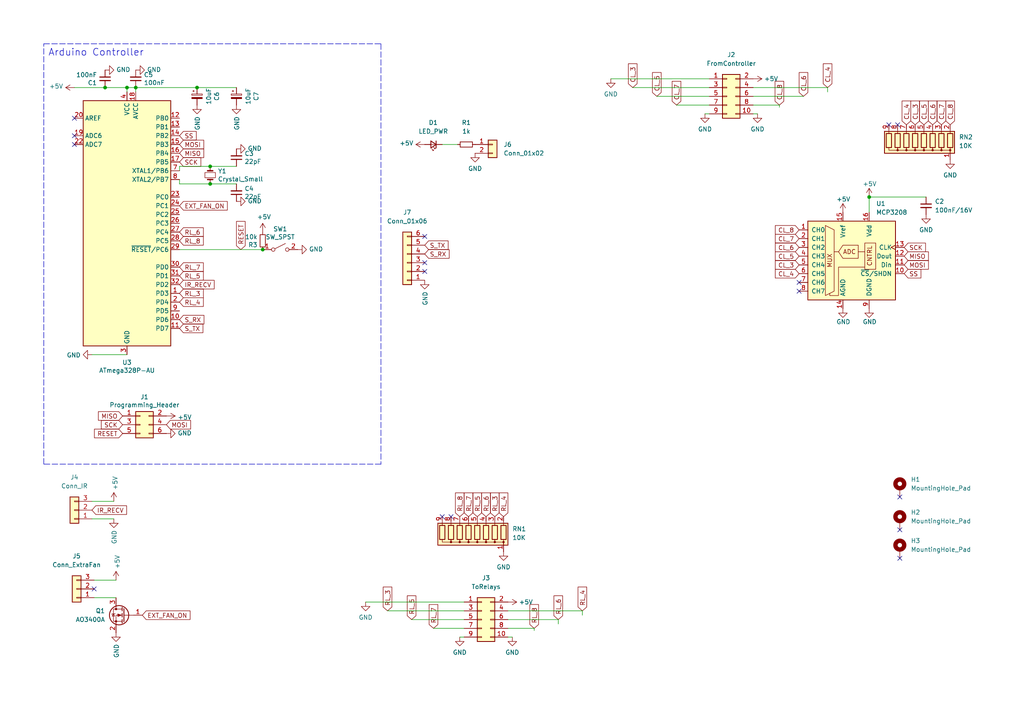
<source format=kicad_sch>
(kicad_sch (version 20211123) (generator eeschema)
  (paper "A4")
  (lib_symbols
    (symbol "+5V_1" (power) (pin_names (offset 0))
      (property "Value" "+5V_1" (at 0 3.556 0))
      (symbol "+5V_1_0_1"
        (polyline (pts (xy -0.762 1.27) (xy 0 2.54)))
        (polyline (pts (xy 0 0) (xy 0 2.54)))
        (polyline (pts (xy 0 2.54) (xy 0.762 1.27)))
      )
      (symbol "+5V_1_1_1"
        (pin power_in line (at 0 0 90) (length 0) hide (name "+5V") (number "1"))
      )
    )
    (symbol "Analog_ADC:MCP3208" (pin_names (offset 1.016))
      (property "Reference" "U" (at -5.08 13.335 0))
      (property "Value" "MCP3208" (at -5.08 11.43 0))
      (symbol "MCP3208_0_0"
        (text "ADC" (at -0.635 1.27 0) (effects (font (size 1.27 1.27))))
        (text "CNTRL" (at 5.969 -2.921 900) (effects (font (size 1.27 1.27)) (justify left bottom)))
        (text "MUX" (at -6.35 -1.27 900) (effects (font (size 1.27 1.27))))
      )
      (symbol "MCP3208_0_1"
        (polyline (pts (xy -3.81 1.27) (xy -5.08 1.27)))
        (polyline (pts (xy 1.905 1.27) (xy 3.81 1.27)))
        (polyline (pts (xy -7.62 8.89) (xy -7.62 -11.43) (xy -5.08 -10.16) (xy -5.08 7.62) (xy -7.62 8.89)))
        (polyline (pts (xy 3.81 -3.175) (xy -3.81 -3.175) (xy -3.81 -11.43) (xy -6.35 -11.43) (xy -6.35 -10.795)))
        (polyline (pts (xy 1.905 3.175) (xy 1.905 -0.635) (xy -2.54 -0.635) (xy -3.81 1.27) (xy -2.54 3.175) (xy 1.905 3.175)))
        (rectangle (start 3.81 -3.81) (end 6.985 3.81))
        (rectangle (start 12.7 -12.7) (end -12.7 10.16) (stroke (width 0.254)) (fill (type background)))
      )
      (symbol "MCP3208_1_1"
        (pin input line (at -15.24 7.62 0) (length 2.54) (name "CH0") (number "1"))
        (pin input line (at 15.24 -5.08 180) (length 2.54) (name "~{CS}/SHDN") (number "10"))
        (pin input line (at 15.24 -2.54 180) (length 2.54) (name "Din") (number "11"))
        (pin output line (at 15.24 0 180) (length 2.54) (name "Dout") (number "12"))
        (pin input clock (at 15.24 2.54 180) (length 2.54) (name "CLK") (number "13"))
        (pin power_in line (at -2.54 -15.24 90) (length 2.54) (name "AGND") (number "14"))
        (pin power_in line (at -2.54 12.7 270) (length 2.54) (name "Vref") (number "15"))
        (pin power_in line (at 5.08 12.7 270) (length 2.54) (name "Vdd") (number "16"))
        (pin input line (at -15.24 5.08 0) (length 2.54) (name "CH1") (number "2"))
        (pin input line (at -15.24 2.54 0) (length 2.54) (name "CH2") (number "3"))
        (pin input line (at -15.24 0 0) (length 2.54) (name "CH3") (number "4"))
        (pin input line (at -15.24 -2.54 0) (length 2.54) (name "CH4") (number "5"))
        (pin input line (at -15.24 -5.08 0) (length 2.54) (name "CH5") (number "6"))
        (pin input line (at -15.24 -7.62 0) (length 2.54) (name "CH6") (number "7"))
        (pin input line (at -15.24 -10.16 0) (length 2.54) (name "CH7") (number "8"))
        (pin power_in line (at 5.08 -15.24 90) (length 2.54) (name "DGND") (number "9"))
      )
    )
    (symbol "Connector_Generic:Conn_01x02" (pin_names (offset 1.016) hide)
      (property "Reference" "J" (at 0 2.54 0))
      (property "Value" "Conn_01x02" (at 0 -5.08 0))
      (symbol "Conn_01x02_1_1"
        (rectangle (start -1.27 -2.413) (end 0 -2.667) (stroke (width 0.1524)))
        (rectangle (start -1.27 0.127) (end 0 -0.127) (stroke (width 0.1524)))
        (rectangle (start -1.27 1.27) (end 1.27 -3.81) (stroke (width 0.254)) (fill (type background)))
        (pin passive line (at -5.08 0 0) (length 3.81) (name "Pin_1") (number "1"))
        (pin passive line (at -5.08 -2.54 0) (length 3.81) (name "Pin_2") (number "2"))
      )
    )
    (symbol "Connector_Generic:Conn_01x03" (pin_names (offset 1.016) hide)
      (property "Reference" "J" (at 0 5.08 0))
      (property "Value" "Conn_01x03" (at 0 -5.08 0))
      (symbol "Conn_01x03_1_1"
        (rectangle (start -1.27 -2.413) (end 0 -2.667) (stroke (width 0.1524)))
        (rectangle (start -1.27 0.127) (end 0 -0.127) (stroke (width 0.1524)))
        (rectangle (start -1.27 2.667) (end 0 2.413) (stroke (width 0.1524)))
        (rectangle (start -1.27 3.81) (end 1.27 -3.81) (stroke (width 0.254)) (fill (type background)))
        (pin passive line (at -5.08 2.54 0) (length 3.81) (name "Pin_1") (number "1"))
        (pin passive line (at -5.08 0 0) (length 3.81) (name "Pin_2") (number "2"))
        (pin passive line (at -5.08 -2.54 0) (length 3.81) (name "Pin_3") (number "3"))
      )
    )
    (symbol "Connector_Generic:Conn_01x06" (pin_names (offset 1.016) hide)
      (property "Reference" "J" (at 0 7.62 0))
      (property "Value" "Conn_01x06" (at 0 -10.16 0))
      (symbol "Conn_01x06_1_1"
        (rectangle (start -1.27 -7.493) (end 0 -7.747) (stroke (width 0.1524)))
        (rectangle (start -1.27 -4.953) (end 0 -5.207) (stroke (width 0.1524)))
        (rectangle (start -1.27 -2.413) (end 0 -2.667) (stroke (width 0.1524)))
        (rectangle (start -1.27 0.127) (end 0 -0.127) (stroke (width 0.1524)))
        (rectangle (start -1.27 2.667) (end 0 2.413) (stroke (width 0.1524)))
        (rectangle (start -1.27 5.207) (end 0 4.953) (stroke (width 0.1524)))
        (rectangle (start -1.27 6.35) (end 1.27 -8.89) (stroke (width 0.254)) (fill (type background)))
        (pin passive line (at -5.08 5.08 0) (length 3.81) (name "Pin_1") (number "1"))
        (pin passive line (at -5.08 2.54 0) (length 3.81) (name "Pin_2") (number "2"))
        (pin passive line (at -5.08 0 0) (length 3.81) (name "Pin_3") (number "3"))
        (pin passive line (at -5.08 -2.54 0) (length 3.81) (name "Pin_4") (number "4"))
        (pin passive line (at -5.08 -5.08 0) (length 3.81) (name "Pin_5") (number "5"))
        (pin passive line (at -5.08 -7.62 0) (length 3.81) (name "Pin_6") (number "6"))
      )
    )
    (symbol "Connector_Generic:Conn_02x03_Odd_Even" (pin_names (offset 1.016) hide)
      (property "Reference" "J" (at 1.27 5.08 0))
      (property "Value" "Conn_02x03_Odd_Even" (at 1.27 -5.08 0))
      (symbol "Conn_02x03_Odd_Even_1_1"
        (rectangle (start -1.27 -2.413) (end 0 -2.667) (stroke (width 0.1524)))
        (rectangle (start -1.27 0.127) (end 0 -0.127) (stroke (width 0.1524)))
        (rectangle (start -1.27 2.667) (end 0 2.413) (stroke (width 0.1524)))
        (rectangle (start -1.27 3.81) (end 3.81 -3.81) (stroke (width 0.254)) (fill (type background)))
        (rectangle (start 3.81 -2.413) (end 2.54 -2.667) (stroke (width 0.1524)))
        (rectangle (start 3.81 0.127) (end 2.54 -0.127) (stroke (width 0.1524)))
        (rectangle (start 3.81 2.667) (end 2.54 2.413) (stroke (width 0.1524)))
        (pin passive line (at -5.08 2.54 0) (length 3.81) (name "Pin_1") (number "1"))
        (pin passive line (at 7.62 2.54 180) (length 3.81) (name "Pin_2") (number "2"))
        (pin passive line (at -5.08 0 0) (length 3.81) (name "Pin_3") (number "3"))
        (pin passive line (at 7.62 0 180) (length 3.81) (name "Pin_4") (number "4"))
        (pin passive line (at -5.08 -2.54 0) (length 3.81) (name "Pin_5") (number "5"))
        (pin passive line (at 7.62 -2.54 180) (length 3.81) (name "Pin_6") (number "6"))
      )
    )
    (symbol "Connector_Generic:Conn_02x05_Odd_Even" (pin_names (offset 1.016) hide)
      (property "Reference" "J" (at 1.27 7.62 0))
      (property "Value" "Conn_02x05_Odd_Even" (at 1.27 -7.62 0))
      (symbol "Conn_02x05_Odd_Even_1_1"
        (rectangle (start -1.27 -4.953) (end 0 -5.207) (stroke (width 0.1524)))
        (rectangle (start -1.27 -2.413) (end 0 -2.667) (stroke (width 0.1524)))
        (rectangle (start -1.27 0.127) (end 0 -0.127) (stroke (width 0.1524)))
        (rectangle (start -1.27 2.667) (end 0 2.413) (stroke (width 0.1524)))
        (rectangle (start -1.27 5.207) (end 0 4.953) (stroke (width 0.1524)))
        (rectangle (start -1.27 6.35) (end 3.81 -6.35) (stroke (width 0.254)) (fill (type background)))
        (rectangle (start 3.81 -4.953) (end 2.54 -5.207) (stroke (width 0.1524)))
        (rectangle (start 3.81 -2.413) (end 2.54 -2.667) (stroke (width 0.1524)))
        (rectangle (start 3.81 0.127) (end 2.54 -0.127) (stroke (width 0.1524)))
        (rectangle (start 3.81 2.667) (end 2.54 2.413) (stroke (width 0.1524)))
        (rectangle (start 3.81 5.207) (end 2.54 4.953) (stroke (width 0.1524)))
        (pin passive line (at -5.08 5.08 0) (length 3.81) (name "Pin_1") (number "1"))
        (pin passive line (at 7.62 -5.08 180) (length 3.81) (name "Pin_10") (number "10"))
        (pin passive line (at 7.62 5.08 180) (length 3.81) (name "Pin_2") (number "2"))
        (pin passive line (at -5.08 2.54 0) (length 3.81) (name "Pin_3") (number "3"))
        (pin passive line (at 7.62 2.54 180) (length 3.81) (name "Pin_4") (number "4"))
        (pin passive line (at -5.08 0 0) (length 3.81) (name "Pin_5") (number "5"))
        (pin passive line (at 7.62 0 180) (length 3.81) (name "Pin_6") (number "6"))
        (pin passive line (at -5.08 -2.54 0) (length 3.81) (name "Pin_7") (number "7"))
        (pin passive line (at 7.62 -2.54 180) (length 3.81) (name "Pin_8") (number "8"))
        (pin passive line (at -5.08 -5.08 0) (length 3.81) (name "Pin_9") (number "9"))
      )
    )
    (symbol "Device:CP_Small" (pin_numbers hide) (pin_names (offset 0.254) hide)
      (property "Reference" "C" (at 0.254 1.778 0))
      (property "Value" "Device_CP_Small" (at 0.254 -2.032 0))
      (symbol "CP_Small_0_1"
        (rectangle (start -1.524 -0.3048) (end 1.524 -0.6858) (fill (type outline)))
        (rectangle (start -1.524 0.6858) (end 1.524 0.3048))
        (polyline (pts (xy -1.27 1.524) (xy -0.762 1.524)))
        (polyline (pts (xy -1.016 1.27) (xy -1.016 1.778)))
      )
      (symbol "CP_Small_1_1"
        (pin passive line (at 0 2.54 270) (length 1.8542) (name "~") (number "1"))
        (pin passive line (at 0 -2.54 90) (length 1.8542) (name "~") (number "2"))
      )
    )
    (symbol "Device:C_Small" (pin_numbers hide) (pin_names (offset 0.254) hide)
      (property "Reference" "C" (at 0.254 1.778 0))
      (property "Value" "C_Small" (at 0.254 -2.032 0))
      (symbol "C_Small_0_1"
        (polyline (pts (xy -1.524 -0.508) (xy 1.524 -0.508)) (stroke (width 0.3302)))
        (polyline (pts (xy -1.524 0.508) (xy 1.524 0.508)) (stroke (width 0.3048)))
      )
      (symbol "C_Small_1_1"
        (pin passive line (at 0 2.54 270) (length 2.032) (name "~") (number "1"))
        (pin passive line (at 0 -2.54 90) (length 2.032) (name "~") (number "2"))
      )
    )
    (symbol "Device:Crystal_Small" (pin_numbers hide) (pin_names (offset 1.016) hide)
      (property "Reference" "Y" (at 0 2.54 0))
      (property "Value" "Crystal_Small" (at 0 -2.54 0))
      (symbol "Crystal_Small_0_1"
        (rectangle (start -0.762 -1.524) (end 0.762 1.524))
        (polyline (pts (xy -1.27 -0.762) (xy -1.27 0.762)) (stroke (width 0.381)))
        (polyline (pts (xy 1.27 -0.762) (xy 1.27 0.762)) (stroke (width 0.381)))
      )
      (symbol "Crystal_Small_1_1"
        (pin passive line (at -2.54 0 0) (length 1.27) (name "1") (number "1"))
        (pin passive line (at 2.54 0 180) (length 1.27) (name "2") (number "2"))
      )
    )
    (symbol "Device:LED_Small" (pin_numbers hide) (pin_names (offset 0.254) hide)
      (property "Reference" "D" (at -1.27 3.175 0))
      (property "Value" "LED_Small" (at -4.445 -2.54 0))
      (symbol "LED_Small_0_1"
        (polyline (pts (xy -0.762 -1.016) (xy -0.762 1.016)) (stroke (width 0.254)))
        (polyline (pts (xy 1.016 0) (xy -0.762 0)))
        (polyline (pts (xy 0.762 -1.016) (xy -0.762 0) (xy 0.762 1.016) (xy 0.762 -1.016)) (stroke (width 0.254)))
        (polyline (pts (xy 0 0.762) (xy -0.508 1.27) (xy -0.254 1.27) (xy -0.508 1.27) (xy -0.508 1.016)))
        (polyline (pts (xy 0.508 1.27) (xy 0 1.778) (xy 0.254 1.778) (xy 0 1.778) (xy 0 1.524)))
      )
      (symbol "LED_Small_1_1"
        (pin passive line (at -2.54 0 0) (length 1.778) (name "K") (number "1"))
        (pin passive line (at 2.54 0 180) (length 1.778) (name "A") (number "2"))
      )
    )
    (symbol "Device:R_Network08" (pin_names (offset 0) hide)
      (property "Reference" "RN" (at -12.7 0 90))
      (property "Value" "R_Network08" (at 10.16 0 90))
      (symbol "R_Network08_0_1"
        (rectangle (start -11.43 -3.175) (end 8.89 3.175) (stroke (width 0.254)) (fill (type background)))
        (rectangle (start -10.922 1.524) (end -9.398 -2.54) (stroke (width 0.254)))
        (circle (center -10.16 2.286) (radius 0.254) (fill (type outline)))
        (rectangle (start -8.382 1.524) (end -6.858 -2.54) (stroke (width 0.254)))
        (circle (center -7.62 2.286) (radius 0.254) (fill (type outline)))
        (rectangle (start -5.842 1.524) (end -4.318 -2.54) (stroke (width 0.254)))
        (circle (center -5.08 2.286) (radius 0.254) (fill (type outline)))
        (rectangle (start -3.302 1.524) (end -1.778 -2.54) (stroke (width 0.254)))
        (circle (center -2.54 2.286) (radius 0.254) (fill (type outline)))
        (rectangle (start -0.762 1.524) (end 0.762 -2.54) (stroke (width 0.254)))
        (polyline (pts (xy -10.16 -2.54) (xy -10.16 -3.81)))
        (polyline (pts (xy -7.62 -2.54) (xy -7.62 -3.81)))
        (polyline (pts (xy -5.08 -2.54) (xy -5.08 -3.81)))
        (polyline (pts (xy -2.54 -2.54) (xy -2.54 -3.81)))
        (polyline (pts (xy 0 -2.54) (xy 0 -3.81)))
        (polyline (pts (xy 2.54 -2.54) (xy 2.54 -3.81)))
        (polyline (pts (xy 5.08 -2.54) (xy 5.08 -3.81)))
        (polyline (pts (xy 7.62 -2.54) (xy 7.62 -3.81)))
        (polyline (pts (xy -10.16 1.524) (xy -10.16 2.286) (xy -7.62 2.286) (xy -7.62 1.524)))
        (polyline (pts (xy -7.62 1.524) (xy -7.62 2.286) (xy -5.08 2.286) (xy -5.08 1.524)))
        (polyline (pts (xy -5.08 1.524) (xy -5.08 2.286) (xy -2.54 2.286) (xy -2.54 1.524)))
        (polyline (pts (xy -2.54 1.524) (xy -2.54 2.286) (xy 0 2.286) (xy 0 1.524)))
        (polyline (pts (xy 0 1.524) (xy 0 2.286) (xy 2.54 2.286) (xy 2.54 1.524)))
        (polyline (pts (xy 2.54 1.524) (xy 2.54 2.286) (xy 5.08 2.286) (xy 5.08 1.524)))
        (polyline (pts (xy 5.08 1.524) (xy 5.08 2.286) (xy 7.62 2.286) (xy 7.62 1.524)))
        (circle (center 0 2.286) (radius 0.254) (fill (type outline)))
        (rectangle (start 1.778 1.524) (end 3.302 -2.54) (stroke (width 0.254)))
        (circle (center 2.54 2.286) (radius 0.254) (fill (type outline)))
        (rectangle (start 4.318 1.524) (end 5.842 -2.54) (stroke (width 0.254)))
        (circle (center 5.08 2.286) (radius 0.254) (fill (type outline)))
        (rectangle (start 6.858 1.524) (end 8.382 -2.54) (stroke (width 0.254)))
      )
      (symbol "R_Network08_1_1"
        (pin passive line (at -10.16 5.08 270) (length 2.54) (name "common") (number "1"))
        (pin passive line (at -10.16 -5.08 90) (length 1.27) (name "R1") (number "2"))
        (pin passive line (at -7.62 -5.08 90) (length 1.27) (name "R2") (number "3"))
        (pin passive line (at -5.08 -5.08 90) (length 1.27) (name "R3") (number "4"))
        (pin passive line (at -2.54 -5.08 90) (length 1.27) (name "R4") (number "5"))
        (pin passive line (at 0 -5.08 90) (length 1.27) (name "R5") (number "6"))
        (pin passive line (at 2.54 -5.08 90) (length 1.27) (name "R6") (number "7"))
        (pin passive line (at 5.08 -5.08 90) (length 1.27) (name "R7") (number "8"))
        (pin passive line (at 7.62 -5.08 90) (length 1.27) (name "R8") (number "9"))
      )
    )
    (symbol "Device:R_Small" (pin_numbers hide) (pin_names (offset 0.254) hide)
      (property "Reference" "R" (at 0.762 0.508 0))
      (property "Value" "R_Small" (at 0.762 -1.016 0))
      (symbol "R_Small_0_1"
        (rectangle (start -0.762 1.778) (end 0.762 -1.778) (stroke (width 0.2032)))
      )
      (symbol "R_Small_1_1"
        (pin passive line (at 0 2.54 270) (length 0.762) (name "~") (number "1"))
        (pin passive line (at 0 -2.54 90) (length 0.762) (name "~") (number "2"))
      )
    )
    (symbol "GND_1" (power) (pin_names (offset 0))
      (property "Value" "GND_1" (at 0 -3.81 0))
      (symbol "GND_1_0_1"
        (polyline (pts (xy 0 0) (xy 0 -1.27) (xy 1.27 -1.27) (xy 0 -2.54) (xy -1.27 -1.27) (xy 0 -1.27)))
      )
      (symbol "GND_1_1_1"
        (pin power_in line (at 0 0 270) (length 0) hide (name "GND") (number "1"))
      )
    )
    (symbol "MCU_Microchip_ATmega:ATmega328P-AU"
      (property "Reference" "U" (at -12.7 36.83 0))
      (property "Value" "MCU_Microchip_ATmega_ATmega328P-AU" (at 2.54 -36.83 0))
      (symbol "ATmega328P-AU_0_1"
        (rectangle (start -12.7 -35.56) (end 12.7 35.56) (stroke (width 0.254)) (fill (type background)))
      )
      (symbol "ATmega328P-AU_1_1"
        (pin bidirectional line (at 15.24 -20.32 180) (length 2.54) (name "PD3") (number "1"))
        (pin bidirectional line (at 15.24 -27.94 180) (length 2.54) (name "PD6") (number "10"))
        (pin bidirectional line (at 15.24 -30.48 180) (length 2.54) (name "PD7") (number "11"))
        (pin bidirectional line (at 15.24 30.48 180) (length 2.54) (name "PB0") (number "12"))
        (pin bidirectional line (at 15.24 27.94 180) (length 2.54) (name "PB1") (number "13"))
        (pin bidirectional line (at 15.24 25.4 180) (length 2.54) (name "PB2") (number "14"))
        (pin bidirectional line (at 15.24 22.86 180) (length 2.54) (name "PB3") (number "15"))
        (pin bidirectional line (at 15.24 20.32 180) (length 2.54) (name "PB4") (number "16"))
        (pin bidirectional line (at 15.24 17.78 180) (length 2.54) (name "PB5") (number "17"))
        (pin power_in line (at 2.54 38.1 270) (length 2.54) (name "AVCC") (number "18"))
        (pin input line (at -15.24 25.4 0) (length 2.54) (name "ADC6") (number "19"))
        (pin bidirectional line (at 15.24 -22.86 180) (length 2.54) (name "PD4") (number "2"))
        (pin passive line (at -15.24 30.48 0) (length 2.54) (name "AREF") (number "20"))
        (pin passive line (at 0 -38.1 90) (length 2.54) hide (name "GND") (number "21"))
        (pin input line (at -15.24 22.86 0) (length 2.54) (name "ADC7") (number "22"))
        (pin bidirectional line (at 15.24 7.62 180) (length 2.54) (name "PC0") (number "23"))
        (pin bidirectional line (at 15.24 5.08 180) (length 2.54) (name "PC1") (number "24"))
        (pin bidirectional line (at 15.24 2.54 180) (length 2.54) (name "PC2") (number "25"))
        (pin bidirectional line (at 15.24 0 180) (length 2.54) (name "PC3") (number "26"))
        (pin bidirectional line (at 15.24 -2.54 180) (length 2.54) (name "PC4") (number "27"))
        (pin bidirectional line (at 15.24 -5.08 180) (length 2.54) (name "PC5") (number "28"))
        (pin bidirectional line (at 15.24 -7.62 180) (length 2.54) (name "~{RESET}/PC6") (number "29"))
        (pin power_in line (at 0 -38.1 90) (length 2.54) (name "GND") (number "3"))
        (pin bidirectional line (at 15.24 -12.7 180) (length 2.54) (name "PD0") (number "30"))
        (pin bidirectional line (at 15.24 -15.24 180) (length 2.54) (name "PD1") (number "31"))
        (pin bidirectional line (at 15.24 -17.78 180) (length 2.54) (name "PD2") (number "32"))
        (pin power_in line (at 0 38.1 270) (length 2.54) (name "VCC") (number "4"))
        (pin passive line (at 0 -38.1 90) (length 2.54) hide (name "GND") (number "5"))
        (pin passive line (at 0 38.1 270) (length 2.54) hide (name "VCC") (number "6"))
        (pin bidirectional line (at 15.24 15.24 180) (length 2.54) (name "XTAL1/PB6") (number "7"))
        (pin bidirectional line (at 15.24 12.7 180) (length 2.54) (name "XTAL2/PB7") (number "8"))
        (pin bidirectional line (at 15.24 -25.4 180) (length 2.54) (name "PD5") (number "9"))
      )
    )
    (symbol "Mechanical:MountingHole_Pad" (pin_numbers hide) (pin_names (offset 1.016) hide)
      (property "Reference" "H" (at 0 6.35 0))
      (property "Value" "MountingHole_Pad" (at 0 4.445 0))
      (symbol "MountingHole_Pad_0_1"
        (circle (center 0 1.27) (radius 1.27) (stroke (width 1.27)))
      )
      (symbol "MountingHole_Pad_1_1"
        (pin input line (at 0 -2.54 90) (length 2.54) (name "1") (number "1"))
      )
    )
    (symbol "Switch:SW_SPST" (pin_names (offset 0) hide)
      (property "Reference" "SW" (at 0 3.175 0))
      (property "Value" "SW_SPST" (at 0 -2.54 0))
      (symbol "SW_SPST_0_0"
        (circle (center -2.032 0) (radius 0.508))
        (polyline (pts (xy -1.524 0.254) (xy 1.524 1.778)))
        (circle (center 2.032 0) (radius 0.508))
      )
      (symbol "SW_SPST_1_1"
        (pin passive line (at -5.08 0 0) (length 2.54) (name "A") (number "1"))
        (pin passive line (at 5.08 0 180) (length 2.54) (name "B") (number "2"))
      )
    )
    (symbol "Transistor_FET:AO3400A" (pin_names hide)
      (property "Reference" "Q" (at 5.08 1.905 0))
      (property "Value" "AO3400A" (at 5.08 0 0))
      (symbol "AO3400A_0_1"
        (polyline (pts (xy 0.254 0) (xy -2.54 0)))
        (polyline (pts (xy 0.254 1.905) (xy 0.254 -1.905)) (stroke (width 0.254)))
        (polyline (pts (xy 0.762 -1.27) (xy 0.762 -2.286)) (stroke (width 0.254)))
        (polyline (pts (xy 0.762 0.508) (xy 0.762 -0.508)) (stroke (width 0.254)))
        (polyline (pts (xy 0.762 2.286) (xy 0.762 1.27)) (stroke (width 0.254)))
        (polyline (pts (xy 2.54 2.54) (xy 2.54 1.778)))
        (polyline (pts (xy 2.54 -2.54) (xy 2.54 0) (xy 0.762 0)))
        (polyline (pts (xy 0.762 -1.778) (xy 3.302 -1.778) (xy 3.302 1.778) (xy 0.762 1.778)))
        (polyline (pts (xy 1.016 0) (xy 2.032 0.381) (xy 2.032 -0.381) (xy 1.016 0)) (fill (type outline)))
        (polyline (pts (xy 2.794 0.508) (xy 2.921 0.381) (xy 3.683 0.381) (xy 3.81 0.254)))
        (polyline (pts (xy 3.302 0.381) (xy 2.921 -0.254) (xy 3.683 -0.254) (xy 3.302 0.381)))
        (circle (center 1.651 0) (radius 2.794) (stroke (width 0.254)))
        (circle (center 2.54 -1.778) (radius 0.254) (fill (type outline)))
        (circle (center 2.54 1.778) (radius 0.254) (fill (type outline)))
      )
      (symbol "AO3400A_1_1"
        (pin input line (at -5.08 0 0) (length 2.54) (name "G") (number "1"))
        (pin passive line (at 2.54 -5.08 90) (length 2.54) (name "S") (number "2"))
        (pin passive line (at 2.54 5.08 270) (length 2.54) (name "D") (number "3"))
      )
    )
    (symbol "power:+5V" (power) (pin_names (offset 0))
      (property "Value" "+5V" (at 0 3.556 0))
      (symbol "+5V_0_1"
        (polyline (pts (xy -0.762 1.27) (xy 0 2.54)))
        (polyline (pts (xy 0 0) (xy 0 2.54)))
        (polyline (pts (xy 0 2.54) (xy 0.762 1.27)))
      )
      (symbol "+5V_1_1"
        (pin power_in line (at 0 0 90) (length 0) hide (name "+5V") (number "1"))
      )
    )
    (symbol "power:GND" (power) (pin_names (offset 0))
      (property "Value" "GND" (at 0 -3.81 0))
      (symbol "GND_0_1"
        (polyline (pts (xy 0 0) (xy 0 -1.27) (xy 1.27 -1.27) (xy 0 -2.54) (xy -1.27 -1.27) (xy 0 -1.27)))
      )
      (symbol "GND_1_1"
        (pin power_in line (at 0 0 270) (length 0) hide (name "GND") (number "1"))
      )
    )
  )
  (junction (at 60.96 48.26))
  (junction (at 60.96 53.34))
  (junction (at 252.095 57.15))
  (junction (at 39.37 25.4))
  (junction (at 57.15 25.4))
  (junction (at 36.83 25.4))
  (junction (at 76.2 72.39))
  (junction (at 30.48 25.4))
  (no_connect (at 130.81 149.86))
  (no_connect (at 231.775 81.915))
  (no_connect (at 21.59 39.37))
  (no_connect (at 123.19 78.74))
  (no_connect (at 128.27 149.86))
  (no_connect (at 260.985 161.925))
  (no_connect (at 231.775 84.455))
  (no_connect (at 260.35 36.195))
  (no_connect (at 123.19 68.58))
  (no_connect (at 27.305 170.815))
  (no_connect (at 21.59 41.91))
  (no_connect (at 260.985 144.145))
  (no_connect (at 21.59 34.29))
  (no_connect (at 260.985 153.67))
  (no_connect (at 123.19 76.2))
  (no_connect (at 257.81 36.195))
  (wire (pts (xy 21.59 25.4) (xy 30.48 25.4)))
  (wire (pts (xy 112.395 177.165) (xy 134.62 177.165)))
  (wire (pts (xy 196.215 30.48) (xy 205.74 30.48)))
  (wire (pts (xy 147.32 184.785) (xy 148.59 184.785)))
  (wire (pts (xy 27.305 173.355) (xy 33.655 173.355)))
  (wire (pts (xy 57.15 25.4) (xy 68.58 25.4)))
  (wire (pts (xy 226.06 30.48) (xy 226.06 31.115)))
  (wire (pts (xy 218.44 33.02) (xy 219.71 33.02)))
  (wire (pts (xy 218.44 25.4) (xy 240.03 25.4)))
  (wire (pts (xy 106.045 174.625) (xy 134.62 174.625)))
  (wire (pts (xy 60.96 48.26) (xy 52.07 48.26)))
  (polyline (pts (xy 110.49 12.7) (xy 110.49 134.62)))
  (wire (pts (xy 252.095 57.15) (xy 252.095 61.595)))
  (polyline (pts (xy 110.49 134.62) (xy 12.7 134.62)))
  (wire (pts (xy 39.37 25.4) (xy 39.37 26.67)))
  (wire (pts (xy 30.48 25.4) (xy 36.83 25.4)))
  (wire (pts (xy 27.305 168.275) (xy 33.655 168.275)))
  (wire (pts (xy 240.03 25.4) (xy 240.03 26.67)))
  (wire (pts (xy 60.96 48.26) (xy 68.58 48.26)))
  (wire (pts (xy 147.32 182.245) (xy 154.94 182.245)))
  (wire (pts (xy 125.73 182.245) (xy 134.62 182.245)))
  (wire (pts (xy 190.5 27.94) (xy 205.74 27.94)))
  (wire (pts (xy 252.095 57.15) (xy 268.605 57.15)))
  (wire (pts (xy 128.27 41.91) (xy 132.715 41.91)))
  (wire (pts (xy 26.67 102.87) (xy 36.83 102.87)))
  (wire (pts (xy 218.44 27.94) (xy 233.045 27.94)))
  (wire (pts (xy 60.96 53.34) (xy 68.58 53.34)))
  (wire (pts (xy 52.07 72.39) (xy 76.2 72.39)))
  (wire (pts (xy 119.38 179.705) (xy 134.62 179.705)))
  (wire (pts (xy 204.47 33.02) (xy 205.74 33.02)))
  (wire (pts (xy 36.83 25.4) (xy 36.83 26.67)))
  (wire (pts (xy 39.37 25.4) (xy 57.15 25.4)))
  (wire (pts (xy 60.96 53.34) (xy 52.07 53.34)))
  (wire (pts (xy 147.32 177.165) (xy 168.91 177.165)))
  (wire (pts (xy 147.32 179.705) (xy 161.925 179.705)))
  (polyline (pts (xy 12.7 134.62) (xy 12.7 12.7)))
  (wire (pts (xy 26.67 145.415) (xy 33.02 145.415)))
  (wire (pts (xy 133.35 184.785) (xy 134.62 184.785)))
  (wire (pts (xy 183.515 25.4) (xy 205.74 25.4)))
  (wire (pts (xy 36.83 25.4) (xy 39.37 25.4)))
  (wire (pts (xy 177.165 22.86) (xy 205.74 22.86)))
  (wire (pts (xy 218.44 30.48) (xy 226.06 30.48)))
  (wire (pts (xy 168.91 177.165) (xy 168.91 178.435)))
  (wire (pts (xy 154.94 182.245) (xy 154.94 182.88)))
  (wire (pts (xy 52.07 53.34) (xy 52.07 52.07)))
  (polyline (pts (xy 12.7 12.7) (xy 110.49 12.7)))
  (wire (pts (xy 161.925 179.705) (xy 161.925 180.975)))
  (wire (pts (xy 52.07 48.26) (xy 52.07 49.53)))
  (wire (pts (xy 26.67 150.495) (xy 33.02 150.495)))
  (text "Arduino Controller" (at 13.97 16.51 0) (effects (font (size 2.0066 2.0066)) (justify left bottom)))
  (global_label "RL_7" (shape input) (at 135.89 149.86 90) (property "Intersheet References" "${INTERSHEET_REFS}" (effects hide)))
  (global_label "RL_6" (shape input) (at 161.925 179.705 90) (property "Intersheet References" "${INTERSHEET_REFS}" (effects hide)))
  (global_label "RL_7" (shape input) (at 125.73 182.245 90) (property "Intersheet References" "${INTERSHEET_REFS}" (effects hide)))
  (global_label "RL_4" (shape input) (at 52.07 87.63 0) (property "Intersheet References" "${INTERSHEET_REFS}" (effects hide)))
  (global_label "EXT_FAN_ON" (shape input) (at 52.07 59.69 0) (property "Intersheet References" "${INTERSHEET_REFS}" (effects hide)))
  (global_label "SCK" (shape input) (at 52.07 46.99 0) (property "Intersheet References" "${INTERSHEET_REFS}" (effects hide)))
  (global_label "S_TX" (shape input) (at 123.19 71.12 0) (property "Intersheet References" "${INTERSHEET_REFS}" (effects hide)))
  (global_label "IR_RECV" (shape input) (at 52.07 82.55 0) (property "Intersheet References" "${INTERSHEET_REFS}" (effects hide)))
  (global_label "RL_8" (shape input) (at 52.07 69.85 0) (property "Intersheet References" "${INTERSHEET_REFS}" (effects hide)))
  (global_label "RL_8" (shape input) (at 133.35 149.86 90) (property "Intersheet References" "${INTERSHEET_REFS}" (effects hide)))
  (global_label "MISO" (shape input) (at 262.255 74.295 0) (property "Intersheet References" "${INTERSHEET_REFS}" (effects hide)))
  (global_label "CL_5" (shape input) (at 231.775 74.295 180) (property "Intersheet References" "${INTERSHEET_REFS}" (effects hide)))
  (global_label "RESET" (shape input) (at 69.85 72.39 90) (property "Intersheet References" "${INTERSHEET_REFS}" (effects hide)))
  (global_label "CL_3" (shape input) (at 183.515 25.4 90) (property "Intersheet References" "${INTERSHEET_REFS}" (effects hide)))
  (global_label "MISO" (shape input) (at 35.56 120.65 180) (property "Intersheet References" "${INTERSHEET_REFS}" (effects hide)))
  (global_label "SCK" (shape input) (at 35.56 123.19 180) (property "Intersheet References" "${INTERSHEET_REFS}" (effects hide)))
  (global_label "RL_3" (shape input) (at 112.395 177.165 90) (property "Intersheet References" "${INTERSHEET_REFS}" (effects hide)))
  (global_label "CL_5" (shape input) (at 267.97 36.195 90) (property "Intersheet References" "${INTERSHEET_REFS}" (effects hide)))
  (global_label "CL_3" (shape input) (at 231.775 76.835 180) (property "Intersheet References" "${INTERSHEET_REFS}" (effects hide)))
  (global_label "CL_8" (shape input) (at 231.775 66.675 180) (property "Intersheet References" "${INTERSHEET_REFS}" (effects hide)))
  (global_label "CL_4" (shape input) (at 240.03 25.4 90) (property "Intersheet References" "${INTERSHEET_REFS}" (effects hide)))
  (global_label "EXT_FAN_ON" (shape input) (at 41.275 178.435 0) (property "Intersheet References" "${INTERSHEET_REFS}" (effects hide)))
  (global_label "S_RX" (shape input) (at 123.19 73.66 0) (property "Intersheet References" "${INTERSHEET_REFS}" (effects hide)))
  (global_label "CL_6" (shape input) (at 231.775 71.755 180) (property "Intersheet References" "${INTERSHEET_REFS}" (effects hide)))
  (global_label "CL_3" (shape input) (at 265.43 36.195 90) (property "Intersheet References" "${INTERSHEET_REFS}" (effects hide)))
  (global_label "MISO" (shape input) (at 52.07 44.45 0) (property "Intersheet References" "${INTERSHEET_REFS}" (effects hide)))
  (global_label "RL_6" (shape input) (at 140.97 149.86 90) (property "Intersheet References" "${INTERSHEET_REFS}" (effects hide)))
  (global_label "S_TX" (shape input) (at 52.07 95.25 0) (property "Intersheet References" "${INTERSHEET_REFS}" (effects hide)))
  (global_label "RL_4" (shape input) (at 146.05 149.86 90) (property "Intersheet References" "${INTERSHEET_REFS}" (effects hide)))
  (global_label "CL_7" (shape input) (at 231.775 69.215 180) (property "Intersheet References" "${INTERSHEET_REFS}" (effects hide)))
  (global_label "SS" (shape input) (at 262.255 79.375 0) (property "Intersheet References" "${INTERSHEET_REFS}" (effects hide)))
  (global_label "MOSI" (shape input) (at 52.07 41.91 0) (property "Intersheet References" "${INTERSHEET_REFS}" (effects hide)))
  (global_label "RL_5" (shape input) (at 119.38 179.705 90) (property "Intersheet References" "${INTERSHEET_REFS}" (effects hide)))
  (global_label "CL_6" (shape input) (at 270.51 36.195 90) (property "Intersheet References" "${INTERSHEET_REFS}" (effects hide)))
  (global_label "RL_7" (shape input) (at 52.07 77.47 0) (property "Intersheet References" "${INTERSHEET_REFS}" (effects hide)))
  (global_label "RL_4" (shape input) (at 168.91 177.165 90) (property "Intersheet References" "${INTERSHEET_REFS}" (effects hide)))
  (global_label "RL_8" (shape input) (at 154.94 182.245 90) (property "Intersheet References" "${INTERSHEET_REFS}" (effects hide)))
  (global_label "CL_7" (shape input) (at 273.05 36.195 90) (property "Intersheet References" "${INTERSHEET_REFS}" (effects hide)))
  (global_label "CL_8" (shape input) (at 226.06 30.48 90) (property "Intersheet References" "${INTERSHEET_REFS}" (effects hide)))
  (global_label "MOSI" (shape input) (at 262.255 76.835 0) (property "Intersheet References" "${INTERSHEET_REFS}" (effects hide)))
  (global_label "CL_6" (shape input) (at 233.045 27.94 90) (property "Intersheet References" "${INTERSHEET_REFS}" (effects hide)))
  (global_label "MOSI" (shape input) (at 48.26 123.19 0) (property "Intersheet References" "${INTERSHEET_REFS}" (effects hide)))
  (global_label "CL_5" (shape input) (at 190.5 27.94 90) (property "Intersheet References" "${INTERSHEET_REFS}" (effects hide)))
  (global_label "RL_6" (shape input) (at 52.07 67.31 0) (property "Intersheet References" "${INTERSHEET_REFS}" (effects hide)))
  (global_label "SCK" (shape input) (at 262.255 71.755 0) (property "Intersheet References" "${INTERSHEET_REFS}" (effects hide)))
  (global_label "CL_8" (shape input) (at 275.59 36.195 90) (property "Intersheet References" "${INTERSHEET_REFS}" (effects hide)))
  (global_label "SS" (shape input) (at 52.07 39.37 0) (property "Intersheet References" "${INTERSHEET_REFS}" (effects hide)))
  (global_label "IR_RECV" (shape input) (at 26.67 147.955 0) (property "Intersheet References" "${INTERSHEET_REFS}" (effects hide)))
  (global_label "CL_4" (shape input) (at 231.775 79.375 180) (property "Intersheet References" "${INTERSHEET_REFS}" (effects hide)))
  (global_label "RESET" (shape input) (at 35.56 125.73 180) (property "Intersheet References" "${INTERSHEET_REFS}" (effects hide)))
  (global_label "RL_5" (shape input) (at 52.07 80.01 0) (property "Intersheet References" "${INTERSHEET_REFS}" (effects hide)))
  (global_label "CL_7" (shape input) (at 196.215 30.48 90) (property "Intersheet References" "${INTERSHEET_REFS}" (effects hide)))
  (global_label "RL_3" (shape input) (at 143.51 149.86 90) (property "Intersheet References" "${INTERSHEET_REFS}" (effects hide)))
  (global_label "RL_5" (shape input) (at 138.43 149.86 90) (property "Intersheet References" "${INTERSHEET_REFS}" (effects hide)))
  (global_label "RL_3" (shape input) (at 52.07 85.09 0) (property "Intersheet References" "${INTERSHEET_REFS}" (effects hide)))
  (global_label "CL_4" (shape input) (at 262.89 36.195 90) (property "Intersheet References" "${INTERSHEET_REFS}" (effects hide)))
  (global_label "S_RX" (shape input) (at 52.07 92.71 0) (property "Intersheet References" "${INTERSHEET_REFS}" (effects hide)))
  (symbol (lib_id "Switch:SW_SPST") (at 81.28 72.39 0) (unit 1)
    (property "Reference" "SW1" (at 81.28 66.421 0))
    (property "Value" "SW_SPST" (at 81.28 68.7324 0))
    (property "Footprint" "Button_Switch_SMD:SW_Push_SPST_NO_Alps_SKRK" (effects hide))
  )
  (symbol (lib_id "power:GND") (at 86.36 72.39 90) (unit 1)
    (property "Reference" "#PWR09" (effects hide))
    (property "Value" "GND" (at 89.6112 72.263 90) (effects (justify right)))
  )
  (symbol (lib_id "Device:R_Small") (at 76.2 69.85 0) (unit 1)
    (property "Reference" "R3" (at 74.7014 71.0184 0) (effects (justify right)))
    (property "Value" "10k" (at 74.7014 68.707 0) (effects (justify right)))
    (property "Footprint" "Resistor_SMD:R_0805_2012Metric_Pad1.20x1.40mm_HandSolder" (effects hide))
    (property "LCSC" "C25612" (effects hide))
  )
  (symbol (lib_id "power:GND") (at 26.67 102.87 270) (unit 1)
    (property "Reference" "#PWR0109" (effects hide))
    (property "Value" "GND" (at 23.4188 102.997 90) (effects (justify right)))
  )
  (symbol (lib_id "power:GND") (at 48.26 125.73 90) (unit 1)
    (property "Reference" "#PWR015" (effects hide))
    (property "Value" "GND" (at 51.5112 125.603 90) (effects (justify right)))
  )
  (symbol (lib_id "power:GND") (at 30.48 20.32 90) (unit 1)
    (property "Reference" "#PWR02" (effects hide))
    (property "Value" "GND" (at 33.7312 20.193 90) (effects (justify right)))
  )
  (symbol (lib_id "MCU_Microchip_ATmega:ATmega328P-AU") (at 36.83 64.77 0) (unit 1)
    (property "Reference" "U3" (at 36.83 105.1306 0))
    (property "Value" "ATmega328P-AU" (at 36.83 107.442 0))
    (property "Footprint" "Package_QFP:TQFP-32_7x7mm_P0.8mm" (effects hide))
    (property "Datasheet" "http://ww1.microchip.com/downloads/en/DeviceDoc/ATmega328_P%20AVR%20MCU%20with%20picoPower%20Technology%20Data%20Sheet%2040001984A.pdf" (effects hide))
    (property "LCSC" "C14877" (effects hide))
  )
  (symbol (lib_id "power:+5V") (at 21.59 25.4 90) (unit 1)
    (property "Reference" "#PWR01" (effects hide))
    (property "Value" "+5V" (at 18.3388 25.019 90) (effects (justify left)))
  )
  (symbol (lib_id "power:+5V") (at 48.26 120.65 270) (unit 1)
    (property "Reference" "#PWR07" (effects hide))
    (property "Value" "+5V" (at 51.5112 121.031 90) (effects (justify left)))
  )
  (symbol (lib_id "power:+5V") (at 76.2 67.31 0) (unit 1)
    (property "Reference" "#PWR06" (effects hide))
    (property "Value" "+5V" (at 76.581 62.9158 0))
  )
  (symbol (lib_id "Device:CP_Small") (at 57.15 27.94 0) (unit 1)
    (property "Reference" "C6" (at 62.865 27.94 90))
    (property "Value" "10uF" (at 60.5536 27.94 90))
    (property "Footprint" "Capacitor_THT:CP_Radial_D4.0mm_P1.50mm" (effects hide))
    (property "LCSC" "C694328" (effects hide))
  )
  (symbol (lib_id "power:GND") (at 57.15 30.48 0) (unit 1)
    (property "Reference" "#PWR021" (effects hide))
    (property "Value" "GND" (at 57.277 33.7312 90) (effects (justify right)))
  )
  (symbol (lib_id "Device:CP_Small") (at 68.58 27.94 0) (unit 1)
    (property "Reference" "C7" (at 74.295 27.94 90))
    (property "Value" "10uF" (at 71.9836 27.94 90))
    (property "Footprint" "Capacitor_THT:CP_Radial_D4.0mm_P1.50mm" (effects hide))
    (property "LCSC" "C694328" (effects hide))
  )
  (symbol (lib_id "power:GND") (at 68.58 30.48 0) (unit 1)
    (property "Reference" "#PWR028" (effects hide))
    (property "Value" "GND" (at 68.707 33.7312 90) (effects (justify right)))
  )
  (symbol (lib_id "Connector_Generic:Conn_02x03_Odd_Even") (at 40.64 123.19 0) (unit 1)
    (property "Reference" "J1" (at 41.91 115.1382 0))
    (property "Value" "Programming_Header" (at 41.91 117.4496 0))
    (property "Footprint" "Connector_IDC:IDC-Header_2x03_P2.54mm_Vertical" (effects hide))
    (property "LCSC" "C11214" (effects hide))
  )
  (symbol (lib_id "Device:C_Small") (at 39.37 22.86 180) (unit 1)
    (property "Reference" "C5" (at 41.7068 21.6916 0) (effects (justify right)))
    (property "Value" "100nF" (at 41.7068 24.003 0) (effects (justify right)))
    (property "Footprint" "Capacitor_SMD:C_0805_2012Metric_Pad1.18x1.45mm_HandSolder" (effects hide))
    (property "LCSC" "C49678" (effects hide))
  )
  (symbol (lib_id "power:GND") (at 39.37 20.32 90) (unit 1)
    (property "Reference" "#PWR019" (effects hide))
    (property "Value" "GND" (at 42.6212 20.193 90) (effects (justify right)))
  )
  (symbol (lib_id "Device:C_Small") (at 30.48 22.86 0) (unit 1)
    (property "Reference" "C1" (at 28.1432 24.0284 0) (effects (justify right)))
    (property "Value" "100nF" (at 28.1432 21.717 0) (effects (justify right)))
    (property "Footprint" "Capacitor_SMD:C_0805_2012Metric_Pad1.18x1.45mm_HandSolder" (effects hide))
    (property "LCSC" "C49678" (effects hide))
  )
  (symbol (lib_id "Device:Crystal_Small") (at 60.96 50.8 270) (unit 1)
    (property "Reference" "Y1" (at 63.1952 49.6316 90) (effects (justify left)))
    (property "Value" "Crystal_Small" (at 63.1952 51.943 90) (effects (justify left)))
    (property "Footprint" "Crystal:Crystal_HC49-U_Vertical" (effects hide))
    (property "LCSC" "C16212" (effects hide))
  )
  (symbol (lib_id "Device:C_Small") (at 68.58 45.72 180) (unit 1)
    (property "Reference" "C3" (at 70.9168 44.5516 0) (effects (justify right)))
    (property "Value" "22pF" (at 70.9168 46.863 0) (effects (justify right)))
    (property "Footprint" "Capacitor_SMD:C_0805_2012Metric_Pad1.18x1.45mm_HandSolder" (effects hide))
    (property "LCSC" "C24658" (effects hide))
  )
  (symbol (lib_id "Device:C_Small") (at 68.58 55.88 180) (unit 1)
    (property "Reference" "C4" (at 70.9168 54.7116 0) (effects (justify right)))
    (property "Value" "22pF" (at 70.9168 57.023 0) (effects (justify right)))
    (property "Footprint" "Capacitor_SMD:C_0805_2012Metric_Pad1.18x1.45mm_HandSolder" (effects hide))
    (property "LCSC" "C24658" (effects hide))
  )
  (symbol (lib_id "power:GND") (at 68.58 43.18 90) (unit 1)
    (property "Reference" "#PWR0102" (effects hide))
    (property "Value" "GND" (at 71.8312 43.053 90) (effects (justify right)))
  )
  (symbol (lib_id "power:GND") (at 68.58 58.42 90) (unit 1)
    (property "Reference" "#PWR0103" (effects hide))
    (property "Value" "GND" (at 71.8312 58.293 90) (effects (justify right)))
  )
  (symbol (lib_id "Connector_Generic:Conn_01x02") (at 142.875 41.91 0) (unit 1)
    (property "Reference" "J6" (at 146.05 41.9099 0) (effects (justify left)))
    (property "Value" "Conn_01x02" (at 146.05 44.4499 0) (effects (justify left)))
    (property "Footprint" "Connector_PinHeader_2.54mm:PinHeader_1x02_P2.54mm_Vertical" (effects hide))
  )
  (symbol (lib_name "GND_1") (lib_id "power:GND") (at 137.795 44.45 0) (unit 1)
    (property "Reference" "#PWR020" (effects hide))
    (property "Value" "GND" (at 137.795 48.895 0))
  )
  (symbol (lib_id "Transistor_FET:AO3400A") (at 36.195 178.435 0) (mirror y) (unit 1)
    (property "Reference" "Q1" (at 30.48 177.1649 0) (effects (justify left)))
    (property "Value" "AO3400A" (at 30.48 179.7049 0) (effects (justify left)))
    (property "Footprint" "Package_TO_SOT_SMD:SOT-23" (effects hide))
    (property "Datasheet" "http://www.aosmd.com/pdfs/datasheet/AO3400A.pdf" (effects hide))
  )
  (symbol (lib_id "Device:R_Network08") (at 135.89 154.94 180) (unit 1)
    (property "Reference" "RN1" (at 148.59 153.4159 0) (effects (justify right)))
    (property "Value" "10K" (at 148.59 155.9559 0) (effects (justify right)))
    (property "Footprint" "Resistor_THT:R_Array_SIP9" (effects hide))
    (property "Datasheet" "http://www.vishay.com/docs/31509/csc.pdf" (effects hide))
    (property "LCSC" "C8692" (effects hide))
  )
  (symbol (lib_name "+5V_1") (lib_id "power:+5V") (at 218.44 22.86 270) (unit 1)
    (property "Reference" "#PWR024" (effects hide))
    (property "Value" "+5V" (at 221.615 22.8599 90) (effects (justify left)))
  )
  (symbol (lib_name "+5V_1") (lib_id "power:+5V") (at 147.32 174.625 270) (unit 1)
    (property "Reference" "#PWR012" (effects hide))
    (property "Value" "+5V" (at 150.495 174.6249 90) (effects (justify left)))
  )
  (symbol (lib_name "GND_1") (lib_id "power:GND") (at 204.47 33.02 0) (unit 1)
    (property "Reference" "#PWR023" (effects hide))
    (property "Value" "GND" (at 204.47 37.465 0))
  )
  (symbol (lib_id "power:GND") (at 252.095 89.535 0) (unit 1)
    (property "Reference" "#PWR017" (effects hide))
    (property "Value" "GND" (at 250.19 93.345 0) (effects (justify left)))
  )
  (symbol (lib_id "Device:C_Small") (at 268.605 59.69 0) (unit 1)
    (property "Reference" "C2" (at 271.145 58.4262 0) (effects (justify left)))
    (property "Value" "100nF{slash}16V" (at 271.145 60.9662 0) (effects (justify left)))
    (property "Footprint" "Capacitor_SMD:C_0805_2012Metric" (effects hide))
    (property "LCSC" "C519929" (effects hide))
  )
  (symbol (lib_id "power:GND") (at 33.02 150.495 0) (unit 1)
    (property "Reference" "#PWR031" (effects hide))
    (property "Value" "GND" (at 33.147 153.7462 90) (effects (justify right)))
  )
  (symbol (lib_name "GND_1") (lib_id "power:GND") (at 268.605 62.23 0) (unit 1)
    (property "Reference" "#PWR018" (effects hide))
    (property "Value" "GND" (at 268.605 66.675 0))
  )
  (symbol (lib_id "Device:R_Small") (at 135.255 41.91 90) (unit 1)
    (property "Reference" "R1" (at 135.255 35.56 90))
    (property "Value" "1k" (at 135.255 38.1 90))
    (property "Footprint" "LED_SMD:LED_1206_3216Metric" (effects hide))
  )
  (symbol (lib_id "Device:R_Network08") (at 265.43 41.275 180) (unit 1)
    (property "Reference" "RN2" (at 278.13 39.7509 0) (effects (justify right)))
    (property "Value" "10K" (at 278.13 42.2909 0) (effects (justify right)))
    (property "Footprint" "Resistor_THT:R_Array_SIP9" (effects hide))
    (property "Datasheet" "http://www.vishay.com/docs/31509/csc.pdf" (effects hide))
    (property "LCSC" "C8692" (effects hide))
  )
  (symbol (lib_id "power:+5V") (at 123.19 41.91 90) (unit 1)
    (property "Reference" "#PWR0101" (effects hide))
    (property "Value" "+5V" (at 119.9388 41.529 90) (effects (justify left)))
  )
  (symbol (lib_name "+5V_1") (lib_id "power:+5V") (at 244.475 61.595 0) (unit 1)
    (property "Reference" "#PWR010" (effects hide))
    (property "Value" "+5V" (at 242.57 57.785 0) (effects (justify left)))
  )
  (symbol (lib_name "GND_1") (lib_id "power:GND") (at 106.045 174.625 0) (unit 1)
    (property "Reference" "#PWR04" (effects hide))
    (property "Value" "GND" (at 106.045 179.07 0))
  )
  (symbol (lib_id "Connector_Generic:Conn_01x06") (at 118.11 76.2 180) (unit 1)
    (property "Reference" "J7" (at 118.11 61.595 0))
    (property "Value" "Conn_01x06" (at 118.11 64.135 0))
    (property "Footprint" "Connector_PinSocket_2.54mm:PinSocket_1x06_P2.54mm_Vertical" (effects hide))
  )
  (symbol (lib_id "power:GND") (at 33.655 183.515 0) (unit 1)
    (property "Reference" "#PWR033" (effects hide))
    (property "Value" "GND" (at 33.782 186.7662 90) (effects (justify right)))
  )
  (symbol (lib_name "GND_1") (lib_id "power:GND") (at 133.35 184.785 0) (unit 1)
    (property "Reference" "#PWR011" (effects hide))
    (property "Value" "GND" (at 133.35 189.23 0))
  )
  (symbol (lib_id "Device:LED_Small") (at 125.73 41.91 180) (unit 1)
    (property "Reference" "D1" (at 125.6665 35.56 0))
    (property "Value" "LED_PWR" (at 125.6665 38.1 0))
    (property "Footprint" "LED_SMD:LED_1206_3216Metric" (effects hide))
  )
  (symbol (lib_id "power:GND") (at 123.19 81.28 0) (unit 1)
    (property "Reference" "#PWR022" (effects hide))
    (property "Value" "GND" (at 123.317 84.5312 90) (effects (justify right)))
  )
  (symbol (lib_id "Connector_Generic:Conn_02x05_Odd_Even") (at 139.7 179.705 0) (unit 1)
    (property "Reference" "J3" (at 140.97 167.64 0))
    (property "Value" "ToRelays" (at 140.97 170.18 0))
    (property "Footprint" "Connector_IDC:IDC-Header_2x05_P2.54mm_Vertical" (effects hide))
  )
  (symbol (lib_name "GND_1") (lib_id "power:GND") (at 177.165 22.86 0) (unit 1)
    (property "Reference" "#PWR03" (effects hide))
    (property "Value" "GND" (at 177.165 27.305 0))
  )
  (symbol (lib_id "Connector_Generic:Conn_02x05_Odd_Even") (at 210.82 27.94 0) (unit 1)
    (property "Reference" "J2" (at 212.09 15.875 0))
    (property "Value" "FromController" (at 212.09 18.415 0))
    (property "Footprint" "Connector_IDC:IDC-Header_2x05_P2.54mm_Vertical" (effects hide))
  )
  (symbol (lib_name "GND_1") (lib_id "power:GND") (at 148.59 184.785 0) (unit 1)
    (property "Reference" "#PWR013" (effects hide))
    (property "Value" "GND" (at 148.59 189.23 0))
  )
  (symbol (lib_id "Connector_Generic:Conn_01x03") (at 22.225 170.815 180) (unit 1)
    (property "Reference" "J5" (at 22.225 161.29 0))
    (property "Value" "Conn_ExtraFan" (at 22.225 163.83 0))
    (property "Footprint" "TerminalBlock_Phoenix:TerminalBlock_Phoenix_MKDS-3-3-5.08_1x03_P5.08mm_Horizontal" (effects hide))
  )
  (symbol (lib_name "GND_1") (lib_id "power:GND") (at 146.05 160.02 0) (unit 1)
    (property "Reference" "#PWR05" (effects hide))
    (property "Value" "GND" (at 146.05 164.465 0))
  )
  (symbol (lib_id "power:+5V") (at 33.655 168.275 0) (unit 1)
    (property "Reference" "#PWR032" (effects hide))
    (property "Value" "+5V" (at 34.036 165.0238 90) (effects (justify left)))
  )
  (symbol (lib_id "Connector_Generic:Conn_01x03") (at 21.59 147.955 180) (unit 1)
    (property "Reference" "J4" (at 21.59 138.43 0))
    (property "Value" "Conn_IR" (at 21.59 140.97 0))
    (property "Footprint" "TerminalBlock_Phoenix:TerminalBlock_Phoenix_MKDS-3-3-5.08_1x03_P5.08mm_Horizontal" (effects hide))
  )
  (symbol (lib_id "power:GND") (at 244.475 89.535 0) (unit 1)
    (property "Reference" "#PWR014" (effects hide))
    (property "Value" "GND" (at 242.57 93.345 0) (effects (justify left)))
  )
  (symbol (lib_name "GND_1") (lib_id "power:GND") (at 275.59 46.355 0) (unit 1)
    (property "Reference" "#PWR08" (effects hide))
    (property "Value" "GND" (at 275.59 50.8 0))
  )
  (symbol (lib_id "Mechanical:MountingHole_Pad") (at 260.985 151.13 0) (unit 1)
    (property "Reference" "H2" (at 264.16 148.5899 0) (effects (justify left)))
    (property "Value" "MountingHole_Pad" (at 264.16 151.1299 0) (effects (justify left)))
    (property "Footprint" "MountingHole:MountingHole_3.2mm_M3_DIN965_Pad" (effects hide))
  )
  (symbol (lib_id "Mechanical:MountingHole_Pad") (at 260.985 141.605 0) (unit 1)
    (property "Reference" "H1" (at 264.16 139.0649 0) (effects (justify left)))
    (property "Value" "MountingHole_Pad" (at 264.16 141.6049 0) (effects (justify left)))
    (property "Footprint" "MountingHole:MountingHole_3.2mm_M3_DIN965_Pad" (effects hide))
  )
  (symbol (lib_id "power:+5V") (at 33.02 145.415 0) (unit 1)
    (property "Reference" "#PWR030" (effects hide))
    (property "Value" "+5V" (at 33.401 142.1638 90) (effects (justify left)))
  )
  (symbol (lib_name "+5V_1") (lib_id "power:+5V") (at 252.095 57.15 0) (unit 1)
    (property "Reference" "#PWR016" (effects hide))
    (property "Value" "+5V" (at 250.19 53.34 0) (effects (justify left)))
  )
  (symbol (lib_id "Mechanical:MountingHole_Pad") (at 260.985 159.385 0) (unit 1)
    (property "Reference" "H3" (at 264.16 156.8449 0) (effects (justify left)))
    (property "Value" "MountingHole_Pad" (at 264.16 159.3849 0) (effects (justify left)))
    (property "Footprint" "MountingHole:MountingHole_3.2mm_M3_DIN965_Pad" (effects hide))
  )
  (symbol (lib_name "GND_1") (lib_id "power:GND") (at 219.71 33.02 0) (unit 1)
    (property "Reference" "#PWR025" (effects hide))
    (property "Value" "GND" (at 219.71 37.465 0))
  )
  (symbol (lib_id "Analog_ADC:MCP3208") (at 247.015 74.295 0) (unit 1)
    (property "Reference" "U1" (at 254.1144 59.055 0) (effects (justify left)))
    (property "Value" "MCP3208" (at 254.1144 61.595 0) (effects (justify left)))
    (property "Footprint" "Package_SO:SOIC-16_3.9x9.9mm_P1.27mm" (effects hide))
    (property "Datasheet" "http://ww1.microchip.com/downloads/en/DeviceDoc/21298c.pdf" (effects hide))
    (property "LCSC" "C2979740" (effects hide))
  )
)
</source>
